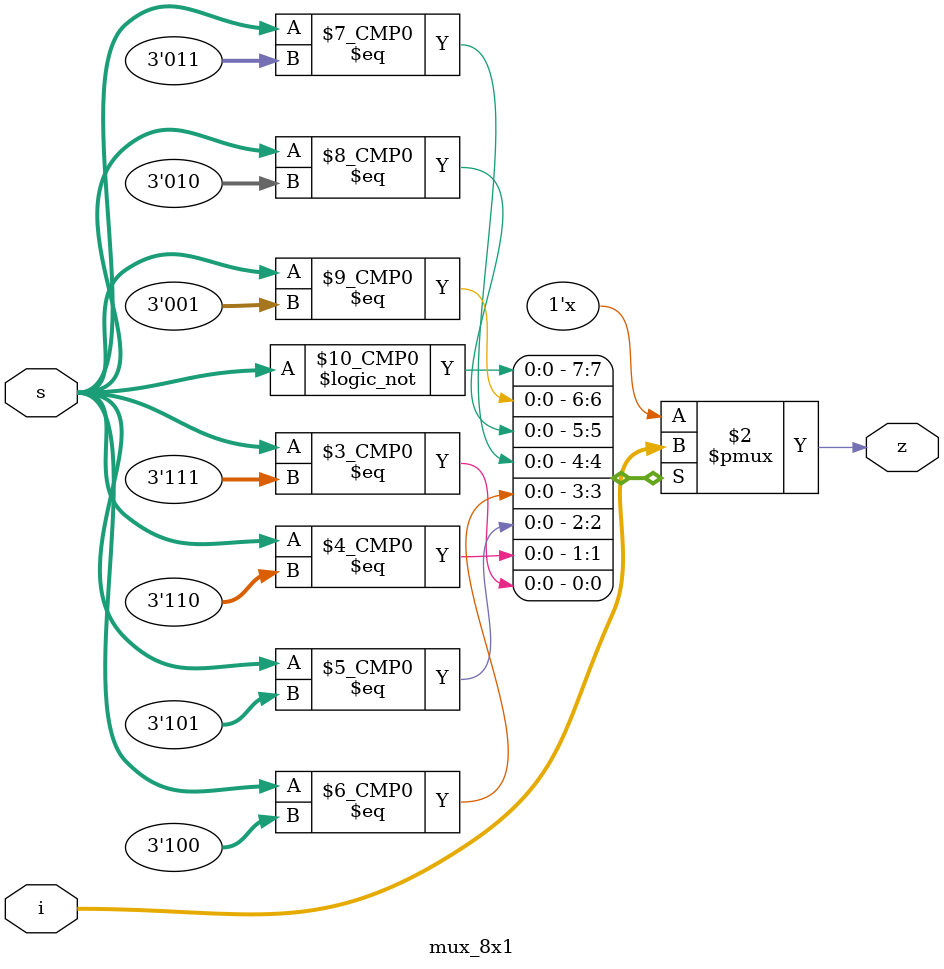
<source format=v>
`timescale 10ns/ 100ps

module mux_8x1( i,s,z);

input [7:0] i;
input [2:0] s;

output reg z;

always @(i,s)
    case(s)
        3'b000 : z <= i[7];
        3'b001 : z <= i[6];
        3'b010 : z <= i[5];
        3'b011 : z <= i[4];
        3'b100 : z <= i[3];
        3'b101 : z <= i[2];
        3'b110 : z <= i[1];
        3'b111 : z <= i[0];
        default : z <= 0;
    endcase
endmodule

</source>
